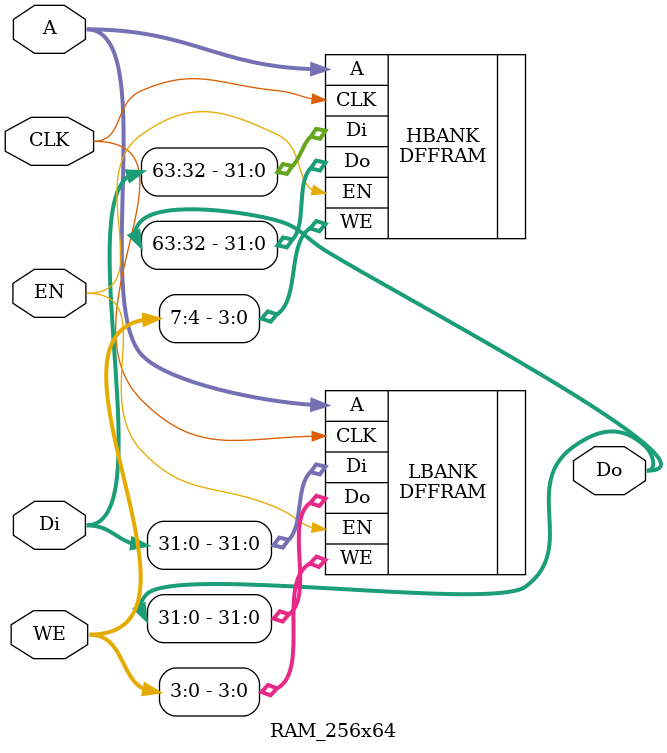
<source format=v>
module RAM_256x64 (
    input           CLK,
    input   [7:0]   WE,
    input           EN,
    input   [63:0]  Di,
    output  [63:0]  Do,
    input   [7:0]   A
);
   
    DFFRAM #(.COLS(1)) LBANK (
                .CLK(CLK),
                .WE(WE[3:0]),
                .EN(EN),
                .Di(Di[31:0]),
                .Do(Do[31:0]),
                .A(A[7:0])
            );

    DFFRAM #(.COLS(1)) HBANK (
                .CLK(CLK),
                .WE(WE[7:4]),
                .EN(EN),
                .Di(Di[63:32]),
                .Do(Do[63:32]),
                .A(A[7:0])
            );

endmodule        

</source>
